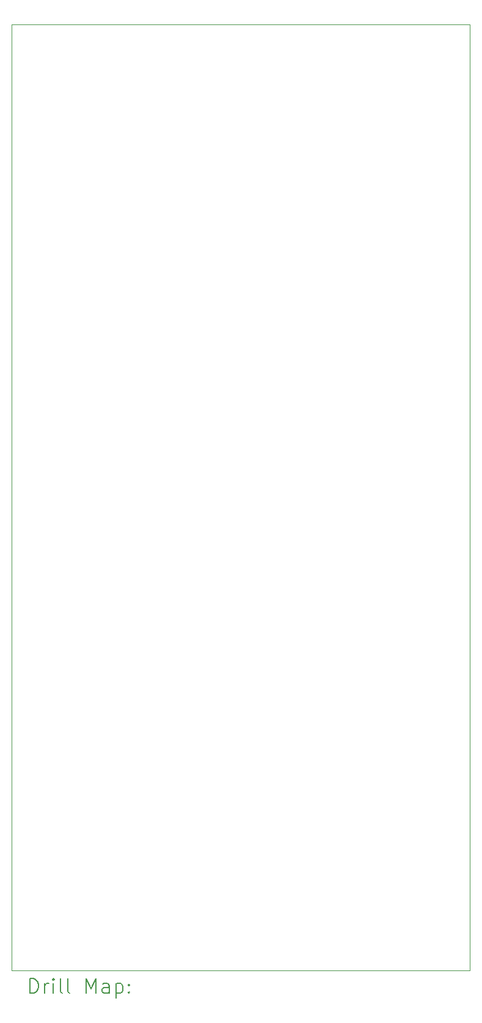
<source format=gbr>
%TF.GenerationSoftware,KiCad,Pcbnew,6.0.11-2627ca5db0~126~ubuntu22.04.1*%
%TF.CreationDate,2023-04-21T14:56:26-05:00*%
%TF.ProjectId,xc2c128_breakout,78633263-3132-4385-9f62-7265616b6f75,rev?*%
%TF.SameCoordinates,Original*%
%TF.FileFunction,Drillmap*%
%TF.FilePolarity,Positive*%
%FSLAX45Y45*%
G04 Gerber Fmt 4.5, Leading zero omitted, Abs format (unit mm)*
G04 Created by KiCad (PCBNEW 6.0.11-2627ca5db0~126~ubuntu22.04.1) date 2023-04-21 14:56:26*
%MOMM*%
%LPD*%
G01*
G04 APERTURE LIST*
%ADD10C,0.100000*%
%ADD11C,0.200000*%
G04 APERTURE END LIST*
D10*
X5283200Y-5740400D02*
X5435600Y-5740400D01*
X5283200Y-18846800D02*
X5283200Y-5740400D01*
X11633200Y-18846800D02*
X5283200Y-18846800D01*
X11633200Y-5740400D02*
X11633200Y-18846800D01*
X11531600Y-5740400D02*
X11633200Y-5740400D01*
X5435600Y-5740400D02*
X11531600Y-5740400D01*
D11*
X5535819Y-19162276D02*
X5535819Y-18962276D01*
X5583438Y-18962276D01*
X5612009Y-18971800D01*
X5631057Y-18990848D01*
X5640581Y-19009895D01*
X5650105Y-19047990D01*
X5650105Y-19076562D01*
X5640581Y-19114657D01*
X5631057Y-19133705D01*
X5612009Y-19152752D01*
X5583438Y-19162276D01*
X5535819Y-19162276D01*
X5735819Y-19162276D02*
X5735819Y-19028943D01*
X5735819Y-19067038D02*
X5745343Y-19047990D01*
X5754867Y-19038467D01*
X5773914Y-19028943D01*
X5792962Y-19028943D01*
X5859628Y-19162276D02*
X5859628Y-19028943D01*
X5859628Y-18962276D02*
X5850105Y-18971800D01*
X5859628Y-18981324D01*
X5869152Y-18971800D01*
X5859628Y-18962276D01*
X5859628Y-18981324D01*
X5983438Y-19162276D02*
X5964390Y-19152752D01*
X5954867Y-19133705D01*
X5954867Y-18962276D01*
X6088200Y-19162276D02*
X6069152Y-19152752D01*
X6059628Y-19133705D01*
X6059628Y-18962276D01*
X6316771Y-19162276D02*
X6316771Y-18962276D01*
X6383438Y-19105133D01*
X6450105Y-18962276D01*
X6450105Y-19162276D01*
X6631057Y-19162276D02*
X6631057Y-19057514D01*
X6621533Y-19038467D01*
X6602486Y-19028943D01*
X6564390Y-19028943D01*
X6545343Y-19038467D01*
X6631057Y-19152752D02*
X6612009Y-19162276D01*
X6564390Y-19162276D01*
X6545343Y-19152752D01*
X6535819Y-19133705D01*
X6535819Y-19114657D01*
X6545343Y-19095610D01*
X6564390Y-19086086D01*
X6612009Y-19086086D01*
X6631057Y-19076562D01*
X6726295Y-19028943D02*
X6726295Y-19228943D01*
X6726295Y-19038467D02*
X6745343Y-19028943D01*
X6783438Y-19028943D01*
X6802486Y-19038467D01*
X6812009Y-19047990D01*
X6821533Y-19067038D01*
X6821533Y-19124181D01*
X6812009Y-19143229D01*
X6802486Y-19152752D01*
X6783438Y-19162276D01*
X6745343Y-19162276D01*
X6726295Y-19152752D01*
X6907248Y-19143229D02*
X6916771Y-19152752D01*
X6907248Y-19162276D01*
X6897724Y-19152752D01*
X6907248Y-19143229D01*
X6907248Y-19162276D01*
X6907248Y-19038467D02*
X6916771Y-19047990D01*
X6907248Y-19057514D01*
X6897724Y-19047990D01*
X6907248Y-19038467D01*
X6907248Y-19057514D01*
M02*

</source>
